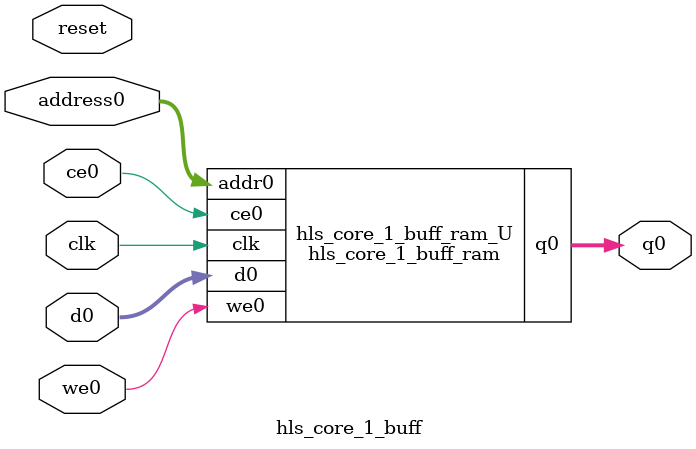
<source format=v>
`timescale 1 ns / 1 ps
module hls_core_1_buff_ram (addr0, ce0, d0, we0, q0,  clk);

parameter DWIDTH = 32;
parameter AWIDTH = 6;
parameter MEM_SIZE = 64;

input[AWIDTH-1:0] addr0;
input ce0;
input[DWIDTH-1:0] d0;
input we0;
output reg[DWIDTH-1:0] q0;
input clk;

(* ram_style = "block" *)reg [DWIDTH-1:0] ram[0:MEM_SIZE-1];




always @(posedge clk)  
begin 
    if (ce0) 
    begin
        if (we0) 
        begin 
            ram[addr0] <= d0; 
        end 
        q0 <= ram[addr0];
    end
end


endmodule

`timescale 1 ns / 1 ps
module hls_core_1_buff(
    reset,
    clk,
    address0,
    ce0,
    we0,
    d0,
    q0);

parameter DataWidth = 32'd32;
parameter AddressRange = 32'd64;
parameter AddressWidth = 32'd6;
input reset;
input clk;
input[AddressWidth - 1:0] address0;
input ce0;
input we0;
input[DataWidth - 1:0] d0;
output[DataWidth - 1:0] q0;



hls_core_1_buff_ram hls_core_1_buff_ram_U(
    .clk( clk ),
    .addr0( address0 ),
    .ce0( ce0 ),
    .we0( we0 ),
    .d0( d0 ),
    .q0( q0 ));

endmodule


</source>
